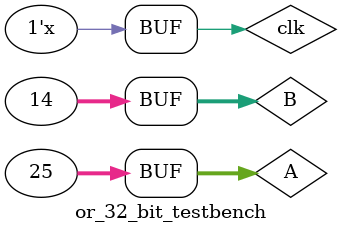
<source format=v>
`timescale 1 ps / 1 ps

module or_32_bit_testbench();

reg [31:0]A;
reg [31:0]B;
wire [31:0]OUT;

	
	reg clk;
	
	or_32_bit TB(.A(A) , .B(B) , .OUT(OUT));
	
	always 
		begin 
			#2 clk = ~clk;
		end
	
	initial 
		begin 
			A = 32'd0;
			B = 32'd0;
			
			#5 A = 32'd25;
				B = 32'd14;
		end


endmodule
		
</source>
